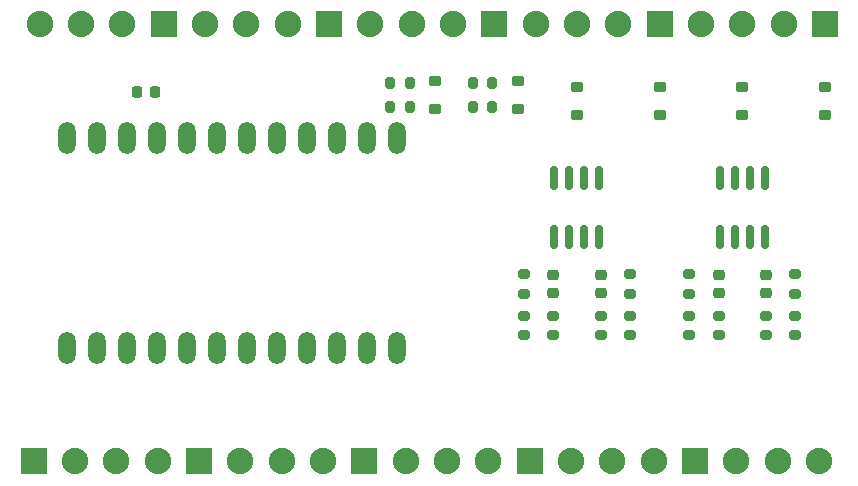
<source format=gts>
%TF.GenerationSoftware,KiCad,Pcbnew,7.0.6*%
%TF.CreationDate,2024-01-12T02:35:33-05:00*%
%TF.ProjectId,PSA_Controller,5053415f-436f-46e7-9472-6f6c6c65722e,rev?*%
%TF.SameCoordinates,Original*%
%TF.FileFunction,Soldermask,Top*%
%TF.FilePolarity,Negative*%
%FSLAX46Y46*%
G04 Gerber Fmt 4.6, Leading zero omitted, Abs format (unit mm)*
G04 Created by KiCad (PCBNEW 7.0.6) date 2024-01-12 02:35:33*
%MOMM*%
%LPD*%
G01*
G04 APERTURE LIST*
G04 Aperture macros list*
%AMRoundRect*
0 Rectangle with rounded corners*
0 $1 Rounding radius*
0 $2 $3 $4 $5 $6 $7 $8 $9 X,Y pos of 4 corners*
0 Add a 4 corners polygon primitive as box body*
4,1,4,$2,$3,$4,$5,$6,$7,$8,$9,$2,$3,0*
0 Add four circle primitives for the rounded corners*
1,1,$1+$1,$2,$3*
1,1,$1+$1,$4,$5*
1,1,$1+$1,$6,$7*
1,1,$1+$1,$8,$9*
0 Add four rect primitives between the rounded corners*
20,1,$1+$1,$2,$3,$4,$5,0*
20,1,$1+$1,$4,$5,$6,$7,0*
20,1,$1+$1,$6,$7,$8,$9,0*
20,1,$1+$1,$8,$9,$2,$3,0*%
G04 Aperture macros list end*
%ADD10C,2.235200*%
%ADD11RoundRect,0.101600X-1.016000X-1.016000X1.016000X-1.016000X1.016000X1.016000X-1.016000X1.016000X0*%
%ADD12RoundRect,0.101600X1.016000X1.016000X-1.016000X1.016000X-1.016000X-1.016000X1.016000X-1.016000X0*%
%ADD13RoundRect,0.200000X-0.275000X0.200000X-0.275000X-0.200000X0.275000X-0.200000X0.275000X0.200000X0*%
%ADD14RoundRect,0.200000X0.200000X0.275000X-0.200000X0.275000X-0.200000X-0.275000X0.200000X-0.275000X0*%
%ADD15RoundRect,0.200000X-0.200000X-0.275000X0.200000X-0.275000X0.200000X0.275000X-0.200000X0.275000X0*%
%ADD16RoundRect,0.218750X0.256250X-0.218750X0.256250X0.218750X-0.256250X0.218750X-0.256250X-0.218750X0*%
%ADD17RoundRect,0.101600X-0.415000X0.315000X-0.415000X-0.315000X0.415000X-0.315000X0.415000X0.315000X0*%
%ADD18RoundRect,0.736600X0.000000X-0.635000X0.000000X0.635000X0.000000X0.635000X0.000000X-0.635000X0*%
%ADD19RoundRect,0.150000X0.150000X-0.825000X0.150000X0.825000X-0.150000X0.825000X-0.150000X-0.825000X0*%
%ADD20RoundRect,0.200000X0.275000X-0.200000X0.275000X0.200000X-0.275000X0.200000X-0.275000X-0.200000X0*%
%ADD21RoundRect,0.225000X0.225000X0.250000X-0.225000X0.250000X-0.225000X-0.250000X0.225000X-0.250000X0*%
G04 APERTURE END LIST*
D10*
%TO.C,J10*%
X55800000Y6500000D03*
X52300000Y6500000D03*
X48800000Y6500000D03*
D11*
X45300000Y6500000D03*
%TD*%
D12*
%TO.C,J9*%
X28300000Y43500000D03*
D10*
X24800000Y43500000D03*
X21300000Y43500000D03*
X17800000Y43500000D03*
%TD*%
D11*
%TO.C,J8*%
X59300000Y6500000D03*
D10*
X62800000Y6500000D03*
X66300000Y6500000D03*
X69800000Y6500000D03*
%TD*%
D11*
%TO.C,J7*%
X31300000Y6500000D03*
D10*
X34800000Y6500000D03*
X38300000Y6500000D03*
X41800000Y6500000D03*
%TD*%
D11*
%TO.C,J6*%
X17300000Y6500000D03*
D10*
X20800000Y6500000D03*
X24300000Y6500000D03*
X27800000Y6500000D03*
%TD*%
D11*
%TO.C,J5*%
X3300000Y6500000D03*
D10*
X6800000Y6500000D03*
X10300000Y6500000D03*
X13800000Y6500000D03*
%TD*%
D12*
%TO.C,J4*%
X42300000Y43500000D03*
D10*
X38800000Y43500000D03*
X35300000Y43500000D03*
X31800000Y43500000D03*
%TD*%
D13*
%TO.C,R16*%
X44800000Y20675000D03*
X44800000Y22325000D03*
%TD*%
%TO.C,R15*%
X58800000Y20675000D03*
X58800000Y22325000D03*
%TD*%
%TO.C,R14*%
X67800000Y22325000D03*
X67800000Y20675000D03*
%TD*%
%TO.C,R13*%
X53800000Y20675000D03*
X53800000Y22325000D03*
%TD*%
D14*
%TO.C,R12*%
X35125000Y36500000D03*
X33475000Y36500000D03*
%TD*%
D15*
%TO.C,R11*%
X33475000Y38500000D03*
X35125000Y38500000D03*
%TD*%
D14*
%TO.C,R10*%
X42125000Y36500000D03*
X40475000Y36500000D03*
%TD*%
%TO.C,R2*%
X42125000Y38500000D03*
X40475000Y38500000D03*
%TD*%
D16*
%TO.C,D10*%
X47300000Y22287500D03*
X47300000Y20712500D03*
%TD*%
%TO.C,D9*%
X61300000Y22287500D03*
X61300000Y20712500D03*
%TD*%
%TO.C,D8*%
X65300000Y20712500D03*
X65300000Y22287500D03*
%TD*%
D17*
%TO.C,D7*%
X37300000Y36350000D03*
X37300000Y38650000D03*
%TD*%
%TO.C,D6*%
X44300000Y36350000D03*
X44300000Y38650000D03*
%TD*%
D18*
%TO.C,U1*%
X6100000Y16110000D03*
X8640000Y16110000D03*
X11180000Y16110000D03*
X13720000Y16110000D03*
X16260000Y16110000D03*
X18800000Y16110000D03*
X21340000Y16110000D03*
X23880000Y16110000D03*
X26420000Y16110000D03*
X28960000Y16110000D03*
X31500000Y16110000D03*
X34040000Y16110000D03*
X34040000Y33890000D03*
X31500000Y33890000D03*
X28960000Y33890000D03*
X26420000Y33890000D03*
X23880000Y33890000D03*
X21340000Y33890000D03*
X18800000Y33890000D03*
X16260000Y33890000D03*
X13720000Y33890000D03*
X11180000Y33890000D03*
X8640000Y33890000D03*
X6100000Y33890000D03*
%TD*%
D13*
%TO.C,R1*%
X44800000Y17175000D03*
X44800000Y18825000D03*
%TD*%
%TO.C,R6*%
X58800000Y17175000D03*
X58800000Y18825000D03*
%TD*%
D10*
%TO.C,J3*%
X59800000Y43500000D03*
X63300000Y43500000D03*
X66800000Y43500000D03*
D12*
X70300000Y43500000D03*
%TD*%
D19*
%TO.C,Q2*%
X61395000Y30475000D03*
X62665000Y30475000D03*
X63935000Y30475000D03*
X65205000Y30475000D03*
X65205000Y25525000D03*
X63935000Y25525000D03*
X62665000Y25525000D03*
X61395000Y25525000D03*
%TD*%
D10*
%TO.C,J2*%
X45800000Y43500000D03*
X49300000Y43500000D03*
X52800000Y43500000D03*
D12*
X56300000Y43500000D03*
%TD*%
D20*
%TO.C,R9*%
X65300000Y17175000D03*
X65300000Y18825000D03*
%TD*%
D21*
%TO.C,C1*%
X12025000Y37750000D03*
X13575000Y37750000D03*
%TD*%
D20*
%TO.C,R7*%
X61300000Y18825000D03*
X61300000Y17175000D03*
%TD*%
D17*
%TO.C,D4*%
X70300000Y38150000D03*
X70300000Y35850000D03*
%TD*%
D12*
%TO.C,J1*%
X14300000Y43500000D03*
D10*
X10800000Y43500000D03*
X7300000Y43500000D03*
X3800000Y43500000D03*
%TD*%
D17*
%TO.C,D1*%
X49300000Y35850000D03*
X49300000Y38150000D03*
%TD*%
D13*
%TO.C,R8*%
X67800000Y18825000D03*
X67800000Y17175000D03*
%TD*%
D20*
%TO.C,R5*%
X51300000Y18825000D03*
X51300000Y17175000D03*
%TD*%
D19*
%TO.C,Q1*%
X47395000Y30475000D03*
X48665000Y30475000D03*
X49935000Y30475000D03*
X51205000Y30475000D03*
X51205000Y25525000D03*
X49935000Y25525000D03*
X48665000Y25525000D03*
X47395000Y25525000D03*
%TD*%
D16*
%TO.C,D5*%
X51300000Y22287500D03*
X51300000Y20712500D03*
%TD*%
D17*
%TO.C,D2*%
X56300000Y38150000D03*
X56300000Y35850000D03*
%TD*%
D20*
%TO.C,R3*%
X47300000Y18825000D03*
X47300000Y17175000D03*
%TD*%
D17*
%TO.C,D3*%
X63300000Y38150000D03*
X63300000Y35850000D03*
%TD*%
D13*
%TO.C,R4*%
X53800000Y17175000D03*
X53800000Y18825000D03*
%TD*%
M02*

</source>
